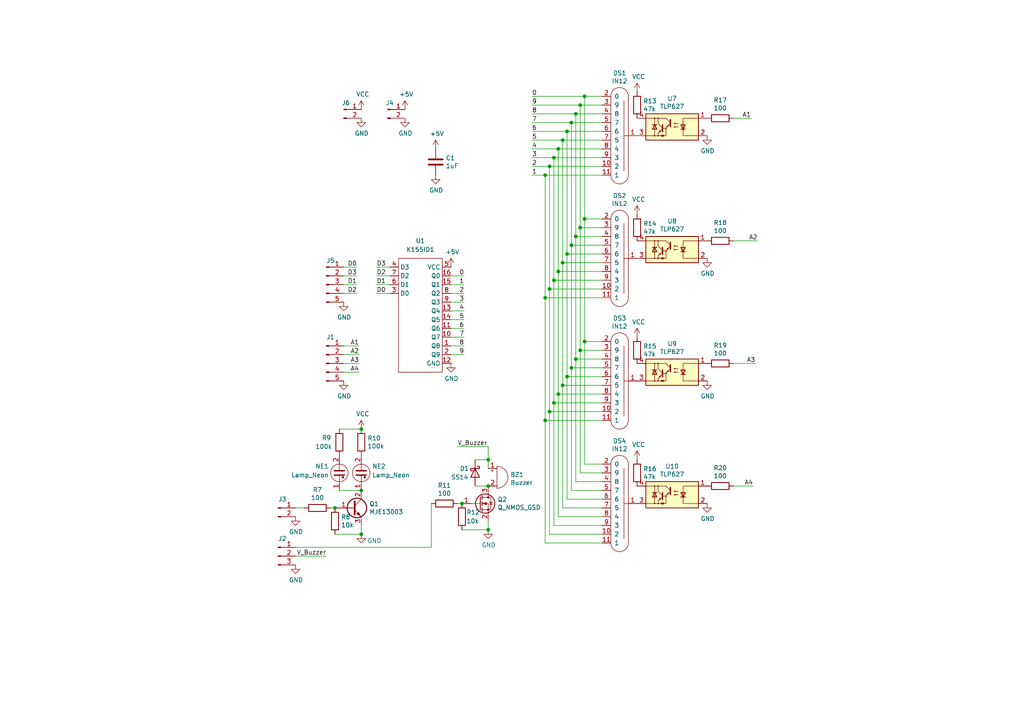
<source format=kicad_sch>
(kicad_sch (version 20211123) (generator eeschema)
  (paper "A4")
  (lib_symbols
    (symbol "Connector:Conn_01x02_Male" (pin_names (offset 1.016) hide)
      (property "Reference" "J" (at 0 2.54 0))
      (property "Value" "Conn_01x02_Male" (at 0 -5.08 0))
      (symbol "Conn_01x02_Male_1_1"
        (polyline (pts (xy 1.27 -2.54) (xy 0.8636 -2.54)) (stroke (width 0.1524)))
        (polyline (pts (xy 1.27 0) (xy 0.8636 0)) (stroke (width 0.1524)))
        (rectangle (start 0.8636 -2.413) (end 0 -2.667) (stroke (width 0.1524)) (fill (type outline)))
        (rectangle (start 0.8636 0.127) (end 0 -0.127) (stroke (width 0.1524)) (fill (type outline)))
        (pin passive line (at 5.08 0 180) (length 3.81) (name "Pin_1") (number "1"))
        (pin passive line (at 5.08 -2.54 180) (length 3.81) (name "Pin_2") (number "2"))
      )
    )
    (symbol "Connector:Conn_01x03_Male" (pin_names (offset 1.016) hide)
      (property "Reference" "J" (at 0 5.08 0))
      (property "Value" "Conn_01x03_Male" (at 0 -5.08 0))
      (symbol "Conn_01x03_Male_1_1"
        (polyline (pts (xy 1.27 -2.54) (xy 0.8636 -2.54)) (stroke (width 0.1524)))
        (polyline (pts (xy 1.27 0) (xy 0.8636 0)) (stroke (width 0.1524)))
        (polyline (pts (xy 1.27 2.54) (xy 0.8636 2.54)) (stroke (width 0.1524)))
        (rectangle (start 0.8636 -2.413) (end 0 -2.667) (stroke (width 0.1524)) (fill (type outline)))
        (rectangle (start 0.8636 0.127) (end 0 -0.127) (stroke (width 0.1524)) (fill (type outline)))
        (rectangle (start 0.8636 2.667) (end 0 2.413) (stroke (width 0.1524)) (fill (type outline)))
        (pin passive line (at 5.08 2.54 180) (length 3.81) (name "Pin_1") (number "1"))
        (pin passive line (at 5.08 0 180) (length 3.81) (name "Pin_2") (number "2"))
        (pin passive line (at 5.08 -2.54 180) (length 3.81) (name "Pin_3") (number "3"))
      )
    )
    (symbol "Connector:Conn_01x05_Male" (pin_names (offset 1.016) hide)
      (property "Reference" "J" (at 0 7.62 0))
      (property "Value" "Conn_01x05_Male" (at 0 -7.62 0))
      (symbol "Conn_01x05_Male_1_1"
        (polyline (pts (xy 1.27 -5.08) (xy 0.8636 -5.08)) (stroke (width 0.1524)))
        (polyline (pts (xy 1.27 -2.54) (xy 0.8636 -2.54)) (stroke (width 0.1524)))
        (polyline (pts (xy 1.27 0) (xy 0.8636 0)) (stroke (width 0.1524)))
        (polyline (pts (xy 1.27 2.54) (xy 0.8636 2.54)) (stroke (width 0.1524)))
        (polyline (pts (xy 1.27 5.08) (xy 0.8636 5.08)) (stroke (width 0.1524)))
        (rectangle (start 0.8636 -4.953) (end 0 -5.207) (stroke (width 0.1524)) (fill (type outline)))
        (rectangle (start 0.8636 -2.413) (end 0 -2.667) (stroke (width 0.1524)) (fill (type outline)))
        (rectangle (start 0.8636 0.127) (end 0 -0.127) (stroke (width 0.1524)) (fill (type outline)))
        (rectangle (start 0.8636 2.667) (end 0 2.413) (stroke (width 0.1524)) (fill (type outline)))
        (rectangle (start 0.8636 5.207) (end 0 4.953) (stroke (width 0.1524)) (fill (type outline)))
        (pin passive line (at 5.08 5.08 180) (length 3.81) (name "Pin_1") (number "1"))
        (pin passive line (at 5.08 2.54 180) (length 3.81) (name "Pin_2") (number "2"))
        (pin passive line (at 5.08 0 180) (length 3.81) (name "Pin_3") (number "3"))
        (pin passive line (at 5.08 -2.54 180) (length 3.81) (name "Pin_4") (number "4"))
        (pin passive line (at 5.08 -5.08 180) (length 3.81) (name "Pin_5") (number "5"))
      )
    )
    (symbol "Device:Buzzer" (pin_names (offset 0.0254) hide)
      (property "Reference" "BZ" (at 3.81 1.27 0))
      (property "Value" "Buzzer" (at 3.81 -1.27 0))
      (symbol "Buzzer_0_1"
        (arc (start 0 -3.175) (mid 3.175 0) (end 0 3.175))
        (polyline (pts (xy -1.651 1.905) (xy -1.143 1.905)))
        (polyline (pts (xy -1.397 2.159) (xy -1.397 1.651)))
        (polyline (pts (xy 0 3.175) (xy 0 -3.175)))
      )
      (symbol "Buzzer_1_1"
        (pin passive line (at -2.54 2.54 0) (length 2.54) (name "-") (number "1"))
        (pin passive line (at -2.54 -2.54 0) (length 2.54) (name "+") (number "2"))
      )
    )
    (symbol "Device:C" (pin_numbers hide) (pin_names (offset 0.254))
      (property "Reference" "C" (at 0.635 2.54 0))
      (property "Value" "C" (at 0.635 -2.54 0))
      (symbol "C_0_1"
        (polyline (pts (xy -2.032 -0.762) (xy 2.032 -0.762)) (stroke (width 0.508)))
        (polyline (pts (xy -2.032 0.762) (xy 2.032 0.762)) (stroke (width 0.508)))
      )
      (symbol "C_1_1"
        (pin passive line (at 0 3.81 270) (length 2.794) (name "~") (number "1"))
        (pin passive line (at 0 -3.81 90) (length 2.794) (name "~") (number "2"))
      )
    )
    (symbol "Device:D_Schottky" (pin_numbers hide) (pin_names (offset 1.016) hide)
      (property "Reference" "D" (at 0 2.54 0))
      (property "Value" "D_Schottky" (at 0 -2.54 0))
      (symbol "D_Schottky_0_1"
        (polyline (pts (xy 1.27 0) (xy -1.27 0)))
        (polyline (pts (xy 1.27 1.27) (xy 1.27 -1.27) (xy -1.27 0) (xy 1.27 1.27)) (stroke (width 0.254)))
        (polyline (pts (xy -1.905 0.635) (xy -1.905 1.27) (xy -1.27 1.27) (xy -1.27 -1.27) (xy -0.635 -1.27) (xy -0.635 -0.635)) (stroke (width 0.254)))
      )
      (symbol "D_Schottky_1_1"
        (pin passive line (at -3.81 0 0) (length 2.54) (name "K") (number "1"))
        (pin passive line (at 3.81 0 180) (length 2.54) (name "A") (number "2"))
      )
    )
    (symbol "Device:Lamp_Neon" (pin_names (offset 0.0254) hide)
      (property "Reference" "NE" (at 0.635 3.81 0))
      (property "Value" "Lamp_Neon" (at 0.635 -3.81 0))
      (symbol "Lamp_Neon_0_1"
        (rectangle (start -1.524 -0.508) (end 1.524 -0.762) (fill (type outline)))
        (rectangle (start -1.524 0.762) (end 1.524 0.508) (fill (type outline)))
        (polyline (pts (xy 0 -2.54) (xy 0 -0.762)))
        (polyline (pts (xy 0 0.762) (xy 0 2.54)))
        (circle (center 0 0) (radius 2.54))
        (circle (center 1.016 -1.27) (radius 0.254) (fill (type outline)))
      )
      (symbol "Lamp_Neon_1_1"
        (pin passive line (at 0 -5.08 90) (length 2.54) (name "~") (number "1"))
        (pin passive line (at 0 5.08 270) (length 2.54) (name "~") (number "2"))
      )
    )
    (symbol "Device:Q_NMOS_GSD" (pin_names (offset 0) hide)
      (property "Reference" "Q" (at 5.08 1.27 0))
      (property "Value" "Q_NMOS_GSD" (at 5.08 -1.27 0))
      (symbol "Q_NMOS_GSD_0_1"
        (polyline (pts (xy 0.254 0) (xy -2.54 0)))
        (polyline (pts (xy 0.254 1.905) (xy 0.254 -1.905)) (stroke (width 0.254)))
        (polyline (pts (xy 0.762 -1.27) (xy 0.762 -2.286)) (stroke (width 0.254)))
        (polyline (pts (xy 0.762 0.508) (xy 0.762 -0.508)) (stroke (width 0.254)))
        (polyline (pts (xy 0.762 2.286) (xy 0.762 1.27)) (stroke (width 0.254)))
        (polyline (pts (xy 2.54 2.54) (xy 2.54 1.778)))
        (polyline (pts (xy 2.54 -2.54) (xy 2.54 0) (xy 0.762 0)))
        (polyline (pts (xy 0.762 -1.778) (xy 3.302 -1.778) (xy 3.302 1.778) (xy 0.762 1.778)))
        (polyline (pts (xy 1.016 0) (xy 2.032 0.381) (xy 2.032 -0.381) (xy 1.016 0)) (fill (type outline)))
        (polyline (pts (xy 2.794 0.508) (xy 2.921 0.381) (xy 3.683 0.381) (xy 3.81 0.254)))
        (polyline (pts (xy 3.302 0.381) (xy 2.921 -0.254) (xy 3.683 -0.254) (xy 3.302 0.381)))
        (circle (center 1.651 0) (radius 2.794) (stroke (width 0.254)))
        (circle (center 2.54 -1.778) (radius 0.254) (fill (type outline)))
        (circle (center 2.54 1.778) (radius 0.254) (fill (type outline)))
      )
      (symbol "Q_NMOS_GSD_1_1"
        (pin input line (at -5.08 0 0) (length 2.54) (name "G") (number "1"))
        (pin passive line (at 2.54 -5.08 90) (length 2.54) (name "S") (number "2"))
        (pin passive line (at 2.54 5.08 270) (length 2.54) (name "D") (number "3"))
      )
    )
    (symbol "Device:R" (pin_numbers hide) (pin_names (offset 0))
      (property "Reference" "R" (at 2.032 0 90))
      (property "Value" "R" (at 0 0 90))
      (symbol "R_0_1"
        (rectangle (start -1.016 -2.54) (end 1.016 2.54) (stroke (width 0.254)))
      )
      (symbol "R_1_1"
        (pin passive line (at 0 3.81 270) (length 1.27) (name "~") (number "1"))
        (pin passive line (at 0 -3.81 90) (length 1.27) (name "~") (number "2"))
      )
    )
    (symbol "Isolator:TLP627" (pin_names (offset 1.016))
      (property "Reference" "U" (at -7.62 5.08 0))
      (property "Value" "TLP627" (at 0 5.08 0))
      (symbol "TLP627_0_1"
        (rectangle (start -7.62 3.81) (end 7.62 -3.81) (stroke (width 0.254)) (fill (type background)))
        (polyline (pts (xy -3.81 -0.635) (xy -2.54 -0.635)) (stroke (width 0.254)))
        (polyline (pts (xy 0.508 1.016) (xy 1.778 -0.254)))
        (polyline (pts (xy 0.508 1.27) (xy 1.778 2.54)))
        (polyline (pts (xy 0.508 2.159) (xy 0.508 0.127)) (stroke (width 0.3556)))
        (polyline (pts (xy 1.778 2.54) (xy 7.62 2.54)))
        (polyline (pts (xy 2.794 -0.508) (xy 4.064 -1.778)))
        (polyline (pts (xy 2.794 -0.381) (xy 1.778 -0.381)))
        (polyline (pts (xy 2.794 -0.254) (xy 4.064 1.016)))
        (polyline (pts (xy 4.064 -2.54) (xy 7.62 -2.54)))
        (polyline (pts (xy 4.064 -1.778) (xy 4.064 -2.54)))
        (polyline (pts (xy 4.064 1.016) (xy 4.064 2.54)))
        (polyline (pts (xy 4.445 0.635) (xy 5.715 0.635)) (stroke (width 0.254)))
        (polyline (pts (xy 5.08 -0.635) (xy 5.08 -2.54)))
        (polyline (pts (xy 5.08 -0.635) (xy 5.08 2.54)))
        (polyline (pts (xy -7.62 2.54) (xy -3.175 2.54) (xy -3.175 0.635)))
        (polyline (pts (xy -3.175 0.762) (xy -3.175 -2.54) (xy -7.62 -2.54)))
        (polyline (pts (xy 2.794 0.635) (xy 2.794 -1.397) (xy 2.794 -1.397)) (stroke (width 0.3556)))
        (polyline (pts (xy -3.175 -0.635) (xy -3.81 0.635) (xy -2.54 0.635) (xy -3.175 -0.635)) (stroke (width 0.254)))
        (polyline (pts (xy 1.524 0) (xy 1.27 0.508) (xy 1.016 0.254) (xy 1.524 0)))
        (polyline (pts (xy 3.81 -1.524) (xy 3.556 -1.016) (xy 3.302 -1.27) (xy 3.81 -1.524)))
        (polyline (pts (xy 5.08 0.635) (xy 4.445 -0.635) (xy 5.715 -0.635) (xy 5.08 0.635)) (stroke (width 0.254)))
        (polyline (pts (xy -1.778 0) (xy -0.508 0) (xy -0.889 -0.127) (xy -0.889 0.127) (xy -0.508 0)))
        (polyline (pts (xy -1.778 1.016) (xy -0.508 1.016) (xy -0.889 0.889) (xy -0.889 1.143) (xy -0.508 1.016)))
        (polyline (pts (xy 1.778 -0.254) (xy 1.778 -2.54) (xy 2.286 -2.54) (xy 2.413 -2.286) (xy 2.54 -2.794) (xy 2.667 -2.286) (xy 2.794 -2.794) (xy 2.921 -2.286) (xy 3.048 -2.794) (xy 3.175 -2.286) (xy 3.302 -2.54) (xy 4.064 -2.54)))
        (circle (center 1.778 -0.381) (radius 0.127))
        (circle (center 4.064 -2.54) (radius 0.127))
        (circle (center 4.064 2.54) (radius 0.127))
        (circle (center 5.08 -2.54) (radius 0.127))
        (circle (center 5.08 2.54) (radius 0.127))
      )
      (symbol "TLP627_1_1"
        (pin passive line (at -10.16 2.54 0) (length 2.54) (name "~") (number "1"))
        (pin passive line (at -10.16 -2.54 0) (length 2.54) (name "~") (number "2"))
        (pin passive line (at 10.16 -2.54 180) (length 2.54) (name "~") (number "3"))
        (pin passive line (at 10.16 2.54 180) (length 2.54) (name "~") (number "4"))
      )
    )
    (symbol "Transistor_BJT:MJE13003" (pin_names (offset 0) hide)
      (property "Reference" "Q" (at 5.08 1.905 0))
      (property "Value" "MJE13003" (at 5.08 0 0))
      (symbol "MJE13003_0_1"
        (polyline (pts (xy 0 0) (xy 0.635 0)))
        (polyline (pts (xy 2.54 -2.54) (xy 0.635 -0.635)))
        (polyline (pts (xy 2.54 2.54) (xy 0.635 0.635)))
        (polyline (pts (xy 0.635 1.905) (xy 0.635 -1.905) (xy 0.635 -1.905)) (stroke (width 0.508)) (fill (type outline)))
        (polyline (pts (xy 1.2446 -1.778) (xy 1.7526 -1.27) (xy 2.286 -2.286) (xy 1.2446 -1.778) (xy 1.2446 -1.778)) (fill (type outline)))
        (circle (center 1.27 0) (radius 2.8194) (stroke (width 0.3048)))
      )
      (symbol "MJE13003_1_1"
        (pin input line (at -5.08 0 0) (length 5.08) (name "B") (number "1"))
        (pin passive line (at 2.54 5.08 270) (length 2.54) (name "C") (number "2"))
        (pin passive line (at 2.54 -5.08 90) (length 2.54) (name "E") (number "3"))
      )
    )
    (symbol "nixie_clock:IN12" (pin_names (offset 1.016))
      (property "Reference" "DS" (at -7.62 -3.81 0))
      (property "Value" "IN12" (at -7.62 -3.81 0))
      (symbol "IN12_0_1"
        (arc (start -11.43 -31.75) (mid -8.89 -34.29) (end -6.35 -31.75))
        (rectangle (start -11.43 -8.89) (end -11.43 -31.75))
        (arc (start -6.35 -8.89) (mid -8.89 -6.35) (end -11.43 -8.89))
        (rectangle (start -6.35 -8.89) (end -6.35 -31.75))
        (polyline (pts (xy -7.62 -20.32) (xy -6.35 -20.32)))
        (polyline (pts (xy -7.62 -10.16) (xy -7.62 -30.48)))
      )
      (symbol "IN12_1_1"
        (pin input line (at -3.81 -20.32 180) (length 2.54) (name "~") (number "1"))
        (pin input line (at -13.97 -29.21 0) (length 2.54) (name "2") (number "10"))
        (pin input line (at -13.97 -31.75 0) (length 2.54) (name "1") (number "11"))
        (pin input line (at -13.97 -8.89 0) (length 2.54) (name "0") (number "2"))
        (pin input line (at -13.97 -11.43 0) (length 2.54) (name "9") (number "3"))
        (pin input line (at -13.97 -13.97 0) (length 2.54) (name "8") (number "4"))
        (pin input line (at -13.97 -16.51 0) (length 2.54) (name "7") (number "5"))
        (pin input line (at -13.97 -19.05 0) (length 2.54) (name "6") (number "6"))
        (pin input line (at -13.97 -21.59 0) (length 2.54) (name "5") (number "7"))
        (pin input line (at -13.97 -24.13 0) (length 2.54) (name "4") (number "8"))
        (pin input line (at -13.97 -26.67 0) (length 2.54) (name "3") (number "9"))
      )
    )
    (symbol "nixie_clock:K155ID1"
      (property "Reference" "U" (at 0 0 0))
      (property "Value" "K155ID1" (at 0 0 0))
      (symbol "K155ID1_0_1"
        (rectangle (start -6.35 -2.54) (end 6.35 -35.56))
      )
      (symbol "K155ID1_1_1"
        (pin input line (at 8.89 -27.94 180) (length 2.54) (name "Q8") (number "1"))
        (pin input line (at 8.89 -25.4 180) (length 2.54) (name "Q7") (number "10"))
        (pin input line (at 8.89 -22.86 180) (length 2.54) (name "Q6") (number "11"))
        (pin input line (at 8.89 -33.02 180) (length 2.54) (name "GND") (number "12"))
        (pin input line (at 8.89 -17.78 180) (length 2.54) (name "Q4") (number "13"))
        (pin input line (at 8.89 -20.32 180) (length 2.54) (name "Q5") (number "14"))
        (pin input line (at 8.89 -10.16 180) (length 2.54) (name "Q1") (number "15"))
        (pin input line (at 8.89 -7.62 180) (length 2.54) (name "Q0") (number "16"))
        (pin input line (at 8.89 -30.48 180) (length 2.54) (name "Q9") (number "2"))
        (pin input line (at -8.89 -12.7 0) (length 2.54) (name "D0") (number "3"))
        (pin input line (at -8.89 -5.08 0) (length 2.54) (name "D3") (number "4"))
        (pin input line (at 8.89 -5.08 180) (length 2.54) (name "VCC") (number "5"))
        (pin input line (at -8.89 -10.16 0) (length 2.54) (name "D1") (number "6"))
        (pin input line (at -8.89 -7.62 0) (length 2.54) (name "D2") (number "7"))
        (pin input line (at 8.89 -12.7 180) (length 2.54) (name "Q2") (number "8"))
        (pin input line (at 8.89 -15.24 180) (length 2.54) (name "Q3") (number "9"))
      )
    )
    (symbol "power:+5V" (power) (pin_names (offset 0))
      (property "Value" "+5V" (at 0 3.556 0))
      (symbol "+5V_0_1"
        (polyline (pts (xy -0.762 1.27) (xy 0 2.54)))
        (polyline (pts (xy 0 0) (xy 0 2.54)))
        (polyline (pts (xy 0 2.54) (xy 0.762 1.27)))
      )
      (symbol "+5V_1_1"
        (pin power_in line (at 0 0 90) (length 0) hide (name "+5V") (number "1"))
      )
    )
    (symbol "power:GND" (power) (pin_names (offset 0))
      (property "Value" "GND" (at 0 -3.81 0))
      (symbol "GND_0_1"
        (polyline (pts (xy 0 0) (xy 0 -1.27) (xy 1.27 -1.27) (xy 0 -2.54) (xy -1.27 -1.27) (xy 0 -1.27)))
      )
      (symbol "GND_1_1"
        (pin power_in line (at 0 0 270) (length 0) hide (name "GND") (number "1"))
      )
    )
    (symbol "power:VCC" (power) (pin_names (offset 0))
      (property "Value" "VCC" (at 0 3.81 0))
      (symbol "VCC_0_1"
        (polyline (pts (xy -0.762 1.27) (xy 0 2.54)))
        (polyline (pts (xy 0 0) (xy 0 2.54)))
        (polyline (pts (xy 0 2.54) (xy 0.762 1.27)))
      )
      (symbol "VCC_1_1"
        (pin power_in line (at 0 0 90) (length 0) hide (name "VCC") (number "1"))
      )
    )
  )
  (junction (at 104.775 154.94))
  (junction (at 165.735 35.56))
  (junction (at 141.605 133.35))
  (junction (at 158.115 50.8))
  (junction (at 141.605 153.67))
  (junction (at 163.195 111.76))
  (junction (at 163.195 40.64))
  (junction (at 168.275 66.04))
  (junction (at 168.275 30.48))
  (junction (at 167.005 104.14))
  (junction (at 161.925 114.3))
  (junction (at 159.385 48.26))
  (junction (at 160.655 45.72))
  (junction (at 158.115 86.36))
  (junction (at 141.605 140.97))
  (junction (at 159.385 119.38))
  (junction (at 169.545 63.5))
  (junction (at 164.465 38.1))
  (junction (at 164.465 109.22))
  (junction (at 164.465 73.66))
  (junction (at 104.775 142.24))
  (junction (at 163.195 76.2))
  (junction (at 133.985 146.05))
  (junction (at 161.925 78.74))
  (junction (at 160.655 116.84))
  (junction (at 97.155 147.32))
  (junction (at 160.655 81.28))
  (junction (at 168.275 101.6))
  (junction (at 165.735 71.12))
  (junction (at 161.925 43.18))
  (junction (at 158.115 121.92))
  (junction (at 169.545 27.94))
  (junction (at 167.005 33.02))
  (junction (at 104.775 124.46))
  (junction (at 169.545 99.06))
  (junction (at 167.005 68.58))
  (junction (at 159.385 83.82))
  (junction (at 165.735 106.68))
  (wire (pts (xy 99.695 77.47) (xy 103.505 77.47)))
  (wire (pts (xy 141.605 129.54) (xy 141.605 133.35)))
  (wire (pts (xy 212.725 105.41) (xy 219.075 105.41)))
  (wire (pts (xy 104.775 152.4) (xy 104.775 154.94)))
  (wire (pts (xy 137.795 133.35) (xy 141.605 133.35)))
  (wire (pts (xy 160.655 45.72) (xy 154.305 45.72)))
  (wire (pts (xy 109.22 80.01) (xy 113.03 80.01)))
  (wire (pts (xy 99.695 107.95) (xy 104.14 107.95)))
  (wire (pts (xy 174.625 50.8) (xy 158.115 50.8)))
  (wire (pts (xy 141.605 153.67) (xy 133.985 153.67)))
  (wire (pts (xy 174.625 137.16) (xy 168.275 137.16)))
  (wire (pts (xy 158.115 86.36) (xy 158.115 121.92)))
  (wire (pts (xy 125.095 146.05) (xy 125.095 158.75)))
  (wire (pts (xy 167.005 68.58) (xy 167.005 33.02)))
  (wire (pts (xy 85.725 147.32) (xy 88.265 147.32)))
  (wire (pts (xy 161.925 149.86) (xy 161.925 114.3)))
  (wire (pts (xy 109.22 77.47) (xy 113.03 77.47)))
  (wire (pts (xy 104.775 154.94) (xy 97.155 154.94)))
  (wire (pts (xy 103.505 80.01) (xy 99.695 80.01)))
  (wire (pts (xy 174.625 139.7) (xy 167.005 139.7)))
  (wire (pts (xy 168.275 101.6) (xy 168.275 66.04)))
  (wire (pts (xy 174.625 134.62) (xy 169.545 134.62)))
  (wire (pts (xy 174.625 43.18) (xy 161.925 43.18)))
  (wire (pts (xy 174.625 147.32) (xy 163.195 147.32)))
  (wire (pts (xy 168.275 30.48) (xy 174.625 30.48)))
  (wire (pts (xy 174.625 68.58) (xy 167.005 68.58)))
  (wire (pts (xy 165.735 35.56) (xy 154.305 35.56)))
  (wire (pts (xy 174.625 106.68) (xy 165.735 106.68)))
  (wire (pts (xy 163.195 76.2) (xy 163.195 40.64)))
  (wire (pts (xy 160.655 81.28) (xy 160.655 45.72)))
  (wire (pts (xy 167.005 104.14) (xy 167.005 68.58)))
  (wire (pts (xy 158.115 157.48) (xy 174.625 157.48)))
  (wire (pts (xy 130.81 102.87) (xy 134.62 102.87)))
  (wire (pts (xy 174.625 109.22) (xy 164.465 109.22)))
  (wire (pts (xy 159.385 83.82) (xy 159.385 48.26)))
  (wire (pts (xy 163.195 111.76) (xy 163.195 76.2)))
  (wire (pts (xy 132.715 129.54) (xy 141.605 129.54)))
  (wire (pts (xy 164.465 144.78) (xy 164.465 109.22)))
  (wire (pts (xy 174.625 76.2) (xy 163.195 76.2)))
  (wire (pts (xy 130.81 97.79) (xy 134.62 97.79)))
  (wire (pts (xy 165.735 71.12) (xy 165.735 35.56)))
  (wire (pts (xy 130.81 87.63) (xy 134.62 87.63)))
  (wire (pts (xy 174.625 71.12) (xy 165.735 71.12)))
  (wire (pts (xy 154.305 27.94) (xy 169.545 27.94)))
  (wire (pts (xy 174.625 152.4) (xy 160.655 152.4)))
  (wire (pts (xy 85.725 158.75) (xy 125.095 158.75)))
  (wire (pts (xy 137.795 140.97) (xy 141.605 140.97)))
  (wire (pts (xy 163.195 147.32) (xy 163.195 111.76)))
  (wire (pts (xy 154.305 38.1) (xy 164.465 38.1)))
  (wire (pts (xy 163.195 40.64) (xy 154.305 40.64)))
  (wire (pts (xy 161.925 78.74) (xy 161.925 43.18)))
  (wire (pts (xy 174.625 99.06) (xy 169.545 99.06)))
  (wire (pts (xy 169.545 99.06) (xy 169.545 63.5)))
  (wire (pts (xy 141.605 135.89) (xy 141.605 133.35)))
  (wire (pts (xy 99.695 105.41) (xy 104.14 105.41)))
  (wire (pts (xy 174.625 111.76) (xy 163.195 111.76)))
  (wire (pts (xy 161.925 114.3) (xy 161.925 78.74)))
  (wire (pts (xy 174.625 78.74) (xy 161.925 78.74)))
  (wire (pts (xy 99.695 82.55) (xy 103.505 82.55)))
  (wire (pts (xy 165.735 142.24) (xy 165.735 106.68)))
  (wire (pts (xy 165.735 106.68) (xy 165.735 71.12)))
  (wire (pts (xy 159.385 48.26) (xy 154.305 48.26)))
  (wire (pts (xy 169.545 134.62) (xy 169.545 99.06)))
  (wire (pts (xy 159.385 83.82) (xy 174.625 83.82)))
  (wire (pts (xy 158.115 50.8) (xy 154.305 50.8)))
  (wire (pts (xy 169.545 63.5) (xy 169.545 27.94)))
  (wire (pts (xy 164.465 109.22) (xy 164.465 73.66)))
  (wire (pts (xy 174.625 38.1) (xy 164.465 38.1)))
  (wire (pts (xy 212.725 34.29) (xy 217.805 34.29)))
  (wire (pts (xy 174.625 81.28) (xy 160.655 81.28)))
  (wire (pts (xy 132.715 146.05) (xy 133.985 146.05)))
  (wire (pts (xy 130.81 82.55) (xy 134.62 82.55)))
  (wire (pts (xy 164.465 73.66) (xy 164.465 38.1)))
  (wire (pts (xy 109.22 85.09) (xy 113.03 85.09)))
  (wire (pts (xy 212.725 69.85) (xy 219.71 69.85)))
  (wire (pts (xy 174.625 45.72) (xy 160.655 45.72)))
  (wire (pts (xy 212.725 140.97) (xy 218.44 140.97)))
  (wire (pts (xy 95.885 147.32) (xy 97.155 147.32)))
  (wire (pts (xy 130.81 100.33) (xy 134.62 100.33)))
  (wire (pts (xy 159.385 119.38) (xy 159.385 83.82)))
  (wire (pts (xy 160.655 116.84) (xy 160.655 81.28)))
  (wire (pts (xy 174.625 104.14) (xy 167.005 104.14)))
  (wire (pts (xy 85.725 161.29) (xy 94.615 161.29)))
  (wire (pts (xy 174.625 144.78) (xy 164.465 144.78)))
  (wire (pts (xy 168.275 137.16) (xy 168.275 101.6)))
  (wire (pts (xy 141.605 151.13) (xy 141.605 153.67)))
  (wire (pts (xy 174.625 114.3) (xy 161.925 114.3)))
  (wire (pts (xy 174.625 121.92) (xy 158.115 121.92)))
  (wire (pts (xy 130.81 95.25) (xy 134.62 95.25)))
  (wire (pts (xy 159.385 154.94) (xy 159.385 119.38)))
  (wire (pts (xy 174.625 149.86) (xy 161.925 149.86)))
  (wire (pts (xy 174.625 154.94) (xy 159.385 154.94)))
  (wire (pts (xy 174.625 116.84) (xy 160.655 116.84)))
  (wire (pts (xy 174.625 73.66) (xy 164.465 73.66)))
  (wire (pts (xy 99.695 85.09) (xy 103.505 85.09)))
  (wire (pts (xy 130.81 80.01) (xy 134.62 80.01)))
  (wire (pts (xy 168.275 30.48) (xy 154.305 30.48)))
  (wire (pts (xy 154.305 33.02) (xy 167.005 33.02)))
  (wire (pts (xy 174.625 101.6) (xy 168.275 101.6)))
  (wire (pts (xy 158.115 50.8) (xy 158.115 86.36)))
  (wire (pts (xy 174.625 48.26) (xy 159.385 48.26)))
  (wire (pts (xy 99.695 102.87) (xy 104.14 102.87)))
  (wire (pts (xy 168.275 66.04) (xy 168.275 30.48)))
  (wire (pts (xy 99.695 100.33) (xy 104.14 100.33)))
  (wire (pts (xy 130.81 85.09) (xy 134.62 85.09)))
  (wire (pts (xy 174.625 66.04) (xy 168.275 66.04)))
  (wire (pts (xy 154.305 43.18) (xy 161.925 43.18)))
  (wire (pts (xy 169.545 27.94) (xy 174.625 27.94)))
  (wire (pts (xy 158.115 121.92) (xy 158.115 157.48)))
  (wire (pts (xy 174.625 86.36) (xy 158.115 86.36)))
  (wire (pts (xy 174.625 35.56) (xy 165.735 35.56)))
  (wire (pts (xy 160.655 152.4) (xy 160.655 116.84)))
  (wire (pts (xy 174.625 142.24) (xy 165.735 142.24)))
  (wire (pts (xy 98.425 124.46) (xy 104.775 124.46)))
  (wire (pts (xy 167.005 139.7) (xy 167.005 104.14)))
  (wire (pts (xy 130.81 90.17) (xy 134.62 90.17)))
  (wire (pts (xy 109.22 82.55) (xy 113.03 82.55)))
  (wire (pts (xy 174.625 40.64) (xy 163.195 40.64)))
  (wire (pts (xy 98.425 142.24) (xy 104.775 142.24)))
  (wire (pts (xy 174.625 119.38) (xy 159.385 119.38)))
  (wire (pts (xy 130.81 92.71) (xy 134.62 92.71)))
  (wire (pts (xy 174.625 63.5) (xy 169.545 63.5)))
  (wire (pts (xy 174.625 33.02) (xy 167.005 33.02)))
  (label "4" (at 154.305 43.18 0))
  (label "9" (at 134.62 102.87 180))
  (label "1" (at 154.305 50.8 0))
  (label "D0" (at 103.505 77.47 180))
  (label "2" (at 154.305 48.26 0))
  (label "D2" (at 109.22 80.01 0))
  (label "A4" (at 218.44 140.97 180))
  (label "0" (at 134.62 80.01 180))
  (label "A1" (at 217.805 34.29 180))
  (label "3" (at 134.62 87.63 180))
  (label "D0" (at 109.22 85.09 0))
  (label "A3" (at 219.075 105.41 180))
  (label "8" (at 134.62 100.33 180))
  (label "7" (at 134.62 97.79 180))
  (label "2" (at 134.62 85.09 180))
  (label "9" (at 154.305 30.48 0))
  (label "D1" (at 109.22 82.55 0))
  (label "A1" (at 104.14 100.33 180))
  (label "V_Buzzer" (at 132.715 129.54 0))
  (label "7" (at 154.305 35.56 0))
  (label "A2" (at 104.14 102.87 180))
  (label "4" (at 134.62 90.17 180))
  (label "A2" (at 219.71 69.85 180))
  (label "D3" (at 109.22 77.47 0))
  (label "D1" (at 103.505 82.55 180))
  (label "A3" (at 104.14 105.41 180))
  (label "8" (at 154.305 33.02 0))
  (label "0" (at 154.305 27.94 0))
  (label "A4" (at 104.14 107.95 180))
  (label "D2" (at 103.505 85.09 180))
  (label "V_Buzzer" (at 94.615 161.29 180))
  (label "3" (at 154.305 45.72 0))
  (label "6" (at 134.62 95.25 180))
  (label "D3" (at 103.505 80.01 180))
  (label "5" (at 134.62 92.71 180))
  (label "1" (at 134.62 82.55 180))
  (label "6" (at 154.305 38.1 0))
  (label "5" (at 154.305 40.64 0))
  (symbol (lib_id "nixie_clock:IN12") (at 188.595 19.05 0) (unit 1)
    (property "Reference" "DS1" (at 179.705 21.209 0))
    (property "Value" "IN12" (at 179.705 23.5204 0))
    (property "Footprint" "nixie clock:in12" (effects hide))
  )
  (symbol (lib_id "nixie_clock:IN12") (at 188.595 90.17 0) (unit 1)
    (property "Reference" "DS3" (at 179.705 92.329 0))
    (property "Value" "IN12" (at 179.705 94.6404 0))
    (property "Footprint" "nixie clock:in12" (effects hide))
  )
  (symbol (lib_id "nixie_clock:IN12") (at 188.595 54.61 0) (unit 1)
    (property "Reference" "DS2" (at 179.705 56.769 0))
    (property "Value" "IN12" (at 179.705 59.0804 0))
    (property "Footprint" "nixie clock:in12" (effects hide))
  )
  (symbol (lib_id "nixie_clock:IN12") (at 188.595 125.73 0) (unit 1)
    (property "Reference" "DS4" (at 179.705 127.889 0))
    (property "Value" "IN12" (at 179.705 130.2004 0))
    (property "Footprint" "nixie clock:in12" (effects hide))
  )
  (symbol (lib_id "Device:Buzzer") (at 144.145 138.43 0) (unit 1)
    (property "Reference" "BZ1" (at 148.0058 137.6934 0) (effects (justify left)))
    (property "Value" "Buzzer" (at 148.0058 140.0048 0) (effects (justify left)))
    (property "Footprint" "Buzzer_Beeper:Buzzer_12x9.5RM7.6" (effects hide))
  )
  (symbol (lib_id "Isolator:TLP627") (at 194.945 36.83 0) (mirror y) (unit 1)
    (property "Reference" "U7" (at 194.945 28.575 0))
    (property "Value" "TLP627" (at 194.945 30.8864 0))
    (property "Footprint" "Package_DIP:SMDIP-4_W7.62mm" (effects hide))
    (property "Datasheet" "https://toshiba.semicon-storage.com/info/docget.jsp?did=16914&prodName=TLP627" (effects hide))
  )
  (symbol (lib_id "Isolator:TLP627") (at 194.945 72.39 0) (mirror y) (unit 1)
    (property "Reference" "U8" (at 194.945 64.135 0))
    (property "Value" "TLP627" (at 194.945 66.4464 0))
    (property "Footprint" "Package_DIP:SMDIP-4_W7.62mm" (effects hide))
    (property "Datasheet" "https://toshiba.semicon-storage.com/info/docget.jsp?did=16914&prodName=TLP627" (effects hide))
  )
  (symbol (lib_id "Isolator:TLP627") (at 194.945 107.95 0) (mirror y) (unit 1)
    (property "Reference" "U9" (at 194.945 99.695 0))
    (property "Value" "TLP627" (at 194.945 102.0064 0))
    (property "Footprint" "Package_DIP:SMDIP-4_W7.62mm" (effects hide))
    (property "Datasheet" "https://toshiba.semicon-storage.com/info/docget.jsp?did=16914&prodName=TLP627" (effects hide))
  )
  (symbol (lib_id "Connector:Conn_01x05_Male") (at 94.615 82.55 0) (unit 1)
    (property "Reference" "J5" (at 95.885 75.565 0))
    (property "Value" "Conn_01x05_Male" (effects hide))
    (property "Footprint" "Connector_PinHeader_2.54mm:PinHeader_1x05_P2.54mm_Vertical" (effects hide))
  )
  (symbol (lib_id "Connector:Conn_01x05_Male") (at 94.615 105.41 0) (unit 1)
    (property "Reference" "J1" (at 95.885 97.79 0))
    (property "Value" "Conn_01x05_Male" (effects hide))
    (property "Footprint" "Connector_PinHeader_2.54mm:PinHeader_1x05_P2.54mm_Vertical" (effects hide))
  )
  (symbol (lib_id "power:GND") (at 99.695 110.49 0) (unit 1)
    (property "Reference" "#PWR0134" (effects hide))
    (property "Value" "GND" (at 99.822 114.8842 0))
  )
  (symbol (lib_id "Isolator:TLP627") (at 194.945 143.51 0) (mirror y) (unit 1)
    (property "Reference" "U10" (at 194.945 135.255 0))
    (property "Value" "TLP627" (at 194.945 137.5664 0))
    (property "Footprint" "Package_DIP:SMDIP-4_W7.62mm" (effects hide))
    (property "Datasheet" "https://toshiba.semicon-storage.com/info/docget.jsp?did=16914&prodName=TLP627" (effects hide))
  )
  (symbol (lib_id "Device:R") (at 184.785 30.48 180) (unit 1)
    (property "Reference" "R13" (at 186.563 29.3116 0) (effects (justify right)))
    (property "Value" "47k" (at 186.563 31.623 0) (effects (justify right)))
    (property "Footprint" "Resistor_SMD:R_1206_3216Metric_Pad1.42x1.75mm_HandSolder" (effects hide))
  )
  (symbol (lib_id "Device:R") (at 184.785 66.04 180) (unit 1)
    (property "Reference" "R14" (at 186.563 64.8716 0) (effects (justify right)))
    (property "Value" "47k" (at 186.563 67.183 0) (effects (justify right)))
    (property "Footprint" "Resistor_SMD:R_1206_3216Metric_Pad1.42x1.75mm_HandSolder" (effects hide))
  )
  (symbol (lib_id "Device:R") (at 184.785 101.6 180) (unit 1)
    (property "Reference" "R15" (at 186.563 100.4316 0) (effects (justify right)))
    (property "Value" "47k" (at 186.563 102.743 0) (effects (justify right)))
    (property "Footprint" "Resistor_SMD:R_1206_3216Metric_Pad1.42x1.75mm_HandSolder" (effects hide))
  )
  (symbol (lib_id "Device:R") (at 184.785 137.16 180) (unit 1)
    (property "Reference" "R16" (at 186.563 135.9916 0) (effects (justify right)))
    (property "Value" "47k" (at 186.563 138.303 0) (effects (justify right)))
    (property "Footprint" "Resistor_SMD:R_1206_3216Metric_Pad1.42x1.75mm_HandSolder" (effects hide))
  )
  (symbol (lib_id "power:VCC") (at 184.785 26.67 0) (unit 1)
    (property "Reference" "#PWR0110" (effects hide))
    (property "Value" "VCC" (at 185.2168 22.2758 0))
  )
  (symbol (lib_id "power:VCC") (at 184.785 62.23 0) (unit 1)
    (property "Reference" "#PWR0111" (effects hide))
    (property "Value" "VCC" (at 185.2168 57.8358 0))
  )
  (symbol (lib_id "power:VCC") (at 184.785 97.79 0) (unit 1)
    (property "Reference" "#PWR0112" (effects hide))
    (property "Value" "VCC" (at 185.2168 93.3958 0))
  )
  (symbol (lib_id "power:VCC") (at 184.785 133.35 0) (unit 1)
    (property "Reference" "#PWR0113" (effects hide))
    (property "Value" "VCC" (at 185.2168 128.9558 0))
  )
  (symbol (lib_id "power:GND") (at 205.105 110.49 0) (unit 1)
    (property "Reference" "#PWR0114" (effects hide))
    (property "Value" "GND" (at 205.232 114.8842 0))
  )
  (symbol (lib_id "power:GND") (at 205.105 146.05 0) (unit 1)
    (property "Reference" "#PWR0115" (effects hide))
    (property "Value" "GND" (at 205.232 150.4442 0))
  )
  (symbol (lib_id "power:GND") (at 205.105 74.93 0) (unit 1)
    (property "Reference" "#PWR0116" (effects hide))
    (property "Value" "GND" (at 205.232 79.3242 0))
  )
  (symbol (lib_id "power:GND") (at 205.105 39.37 0) (unit 1)
    (property "Reference" "#PWR0117" (effects hide))
    (property "Value" "GND" (at 205.232 43.7642 0))
  )
  (symbol (lib_id "Device:R") (at 208.915 34.29 90) (unit 1)
    (property "Reference" "R17" (at 208.915 29.0322 90))
    (property "Value" "100" (at 208.915 31.3436 90))
    (property "Footprint" "Resistor_SMD:R_1206_3216Metric_Pad1.42x1.75mm_HandSolder" (effects hide))
  )
  (symbol (lib_id "Device:R") (at 208.915 69.85 90) (unit 1)
    (property "Reference" "R18" (at 208.915 64.5922 90))
    (property "Value" "100" (at 208.915 66.9036 90))
    (property "Footprint" "Resistor_SMD:R_1206_3216Metric_Pad1.42x1.75mm_HandSolder" (effects hide))
  )
  (symbol (lib_id "Device:R") (at 208.915 105.41 90) (unit 1)
    (property "Reference" "R19" (at 208.915 100.1522 90))
    (property "Value" "100" (at 208.915 102.4636 90))
    (property "Footprint" "Resistor_SMD:R_1206_3216Metric_Pad1.42x1.75mm_HandSolder" (effects hide))
  )
  (symbol (lib_id "Device:R") (at 208.915 140.97 90) (unit 1)
    (property "Reference" "R20" (at 208.915 135.7122 90))
    (property "Value" "100" (at 208.915 138.0236 90))
    (property "Footprint" "Resistor_SMD:R_1206_3216Metric_Pad1.42x1.75mm_HandSolder" (effects hide))
  )
  (symbol (lib_id "power:GND") (at 99.695 87.63 0) (unit 1)
    (property "Reference" "#PWR0119" (effects hide))
    (property "Value" "GND" (at 99.822 92.0242 0))
  )
  (symbol (lib_id "power:+5V") (at 126.365 43.18 0) (unit 1)
    (property "Reference" "#PWR0135" (effects hide))
    (property "Value" "+5V" (at 126.746 38.7858 0))
  )
  (symbol (lib_id "power:+5V") (at 117.475 31.75 0) (unit 1)
    (property "Reference" "#PWR0120" (effects hide))
    (property "Value" "+5V" (at 117.856 27.3558 0))
  )
  (symbol (lib_id "Device:Q_NMOS_GSD") (at 139.065 146.05 0) (unit 1)
    (property "Reference" "Q2" (at 144.2974 144.8816 0) (effects (justify left)))
    (property "Value" "Q_NMOS_GSD" (at 144.2974 147.193 0) (effects (justify left)))
    (property "Footprint" "Package_TO_SOT_SMD:SOT-23" (effects hide))
  )
  (symbol (lib_id "Device:R") (at 133.985 149.86 180) (unit 1)
    (property "Reference" "R12" (at 135.255 148.59 0) (effects (justify right)))
    (property "Value" "10k" (at 135.255 151.13 0) (effects (justify right)))
    (property "Footprint" "Resistor_SMD:R_1206_3216Metric_Pad1.42x1.75mm_HandSolder" (effects hide))
  )
  (symbol (lib_id "Device:R") (at 128.905 146.05 90) (unit 1)
    (property "Reference" "R11" (at 128.905 140.7922 90))
    (property "Value" "100" (at 128.905 143.1036 90))
    (property "Footprint" "Resistor_SMD:R_1206_3216Metric_Pad1.42x1.75mm_HandSolder" (effects hide))
  )
  (symbol (lib_id "Device:D_Schottky") (at 137.795 137.16 270) (unit 1)
    (property "Reference" "D1" (at 133.35 135.89 90) (effects (justify left)))
    (property "Value" "SS14" (at 130.81 138.43 90) (effects (justify left)))
    (property "Footprint" "Diode_SMD:D_SMA_Handsoldering" (effects hide))
  )
  (symbol (lib_id "Device:Lamp_Neon") (at 98.425 137.16 0) (unit 1)
    (property "Reference" "NE1" (at 91.44 135.255 0) (effects (justify left)))
    (property "Value" "Lamp_Neon" (at 84.455 137.795 0) (effects (justify left)))
    (property "Footprint" "nixie clock:neon" (effects hide))
  )
  (symbol (lib_id "Device:R") (at 104.775 128.27 180) (unit 1)
    (property "Reference" "R10" (at 106.553 127.1016 0) (effects (justify right)))
    (property "Value" "100k" (at 106.553 129.413 0) (effects (justify right)))
    (property "Footprint" "Resistor_SMD:R_1206_3216Metric_Pad1.42x1.75mm_HandSolder" (effects hide))
  )
  (symbol (lib_id "Device:Lamp_Neon") (at 104.775 137.16 0) (unit 1)
    (property "Reference" "NE2" (at 107.95 135.255 0) (effects (justify left)))
    (property "Value" "Lamp_Neon" (at 107.95 137.795 0) (effects (justify left)))
    (property "Footprint" "nixie clock:neon" (effects hide))
  )
  (symbol (lib_id "Device:R") (at 98.425 128.27 180) (unit 1)
    (property "Reference" "R9" (at 93.345 127 0) (effects (justify right)))
    (property "Value" "100k" (at 91.44 129.54 0) (effects (justify right)))
    (property "Footprint" "Resistor_SMD:R_1206_3216Metric_Pad1.42x1.75mm_HandSolder" (effects hide))
  )
  (symbol (lib_id "power:VCC") (at 104.775 124.46 0) (unit 1)
    (property "Reference" "#PWR0124" (effects hide))
    (property "Value" "VCC" (at 105.2068 120.0658 0))
  )
  (symbol (lib_id "Device:R") (at 97.155 151.13 180) (unit 1)
    (property "Reference" "R8" (at 98.933 149.9616 0) (effects (justify right)))
    (property "Value" "10k" (at 98.933 152.273 0) (effects (justify right)))
    (property "Footprint" "Resistor_SMD:R_1206_3216Metric_Pad1.42x1.75mm_HandSolder" (effects hide))
  )
  (symbol (lib_id "Device:R") (at 92.075 147.32 90) (unit 1)
    (property "Reference" "R7" (at 92.075 142.0622 90))
    (property "Value" "100" (at 92.075 144.3736 90))
    (property "Footprint" "Resistor_SMD:R_1206_3216Metric_Pad1.42x1.75mm_HandSolder" (effects hide))
  )
  (symbol (lib_id "Device:C") (at 126.365 46.99 0) (unit 1)
    (property "Reference" "C1" (at 129.286 45.8216 0) (effects (justify left)))
    (property "Value" "1uF" (at 129.286 48.133 0) (effects (justify left)))
    (property "Footprint" "Capacitor_SMD:C_1206_3216Metric_Pad1.42x1.75mm_HandSolder" (effects hide))
  )
  (symbol (lib_id "Connector:Conn_01x02_Male") (at 112.395 31.75 0) (unit 1)
    (property "Reference" "J4" (at 113.03 29.845 0))
    (property "Value" "Conn_01x02_Male" (effects hide))
    (property "Footprint" "nixie clock:PinHeader_1x02_P5.08mm_Vertical" (effects hide))
  )
  (symbol (lib_id "Transistor_BJT:MJE13003") (at 102.235 147.32 0) (unit 1)
    (property "Reference" "Q1" (at 107.1118 146.1516 0) (effects (justify left)))
    (property "Value" "MJE13003" (at 107.1118 148.463 0) (effects (justify left)))
    (property "Footprint" "Package_TO_SOT_THT:TO-126-3_Vertical" (effects hide))
    (property "Datasheet" "http://www.onsemi.com/pub_link/Collateral/MJE13003-D.PDF" (effects hide))
  )
  (symbol (lib_id "power:GND") (at 126.365 50.8 0) (unit 1)
    (property "Reference" "#PWR0101" (effects hide))
    (property "Value" "GND" (at 126.492 55.1942 0))
  )
  (symbol (lib_id "power:GND") (at 117.475 34.29 0) (unit 1)
    (property "Reference" "#PWR0102" (effects hide))
    (property "Value" "GND" (at 117.602 38.6842 0))
  )
  (symbol (lib_id "power:GND") (at 141.605 153.67 0) (unit 1)
    (property "Reference" "#PWR0103" (effects hide))
    (property "Value" "GND" (at 141.732 158.0642 0))
  )
  (symbol (lib_id "power:GND") (at 104.775 154.94 0) (unit 1)
    (property "Reference" "#PWR0104" (effects hide))
    (property "Value" "GND" (at 108.585 156.845 0))
  )
  (symbol (lib_id "power:GND") (at 85.725 163.83 0) (unit 1)
    (property "Reference" "#PWR0105" (effects hide))
    (property "Value" "GND" (at 85.852 168.2242 0))
  )
  (symbol (lib_id "Connector:Conn_01x02_Male") (at 80.645 147.32 0) (unit 1)
    (property "Reference" "J3" (at 81.915 144.78 0))
    (property "Value" "Conn_01x02_Male" (effects hide))
    (property "Footprint" "Connector_PinHeader_2.54mm:PinHeader_1x02_P2.54mm_Vertical" (effects hide))
  )
  (symbol (lib_id "power:GND") (at 85.725 149.86 0) (unit 1)
    (property "Reference" "#PWR0123" (effects hide))
    (property "Value" "GND" (at 85.852 154.2542 0))
  )
  (symbol (lib_id "Connector:Conn_01x02_Male") (at 99.695 31.75 0) (unit 1)
    (property "Reference" "J6" (at 100.33 29.845 0))
    (property "Value" "Conn_01x02_Male" (effects hide))
    (property "Footprint" "nixie clock:PinHeader_1x02_P5.08mm_Vertical" (effects hide))
  )
  (symbol (lib_id "power:GND") (at 104.775 34.29 0) (unit 1)
    (property "Reference" "#PWR0106" (effects hide))
    (property "Value" "GND" (at 104.902 38.6842 0))
  )
  (symbol (lib_id "power:VCC") (at 104.775 31.75 0) (unit 1)
    (property "Reference" "#PWR0107" (effects hide))
    (property "Value" "VCC" (at 105.2068 27.3558 0))
  )
  (symbol (lib_id "Connector:Conn_01x03_Male") (at 80.645 161.29 0) (unit 1)
    (property "Reference" "J2" (at 81.915 156.21 0))
    (property "Value" "Conn_01x03_Male" (effects hide))
    (property "Footprint" "Connector_PinHeader_2.54mm:PinHeader_1x03_P2.54mm_Vertical" (effects hide))
  )
  (symbol (lib_id "nixie_clock:K155ID1") (at 121.92 72.39 0) (unit 1)
    (property "Reference" "U1" (at 121.92 69.85 0))
    (property "Value" "K155ID1" (at 121.92 72.39 0))
    (property "Footprint" "Package_DIP:DIP-16_W7.62mm_Socket" (effects hide))
  )
  (symbol (lib_id "power:+5V") (at 130.81 77.47 0) (unit 1)
    (property "Reference" "#PWR0109" (effects hide))
    (property "Value" "+5V" (at 131.191 73.0758 0))
  )
  (symbol (lib_id "power:GND") (at 130.81 105.41 0) (unit 1)
    (property "Reference" "#PWR0108" (effects hide))
    (property "Value" "GND" (at 130.937 109.8042 0))
  )
)
</source>
